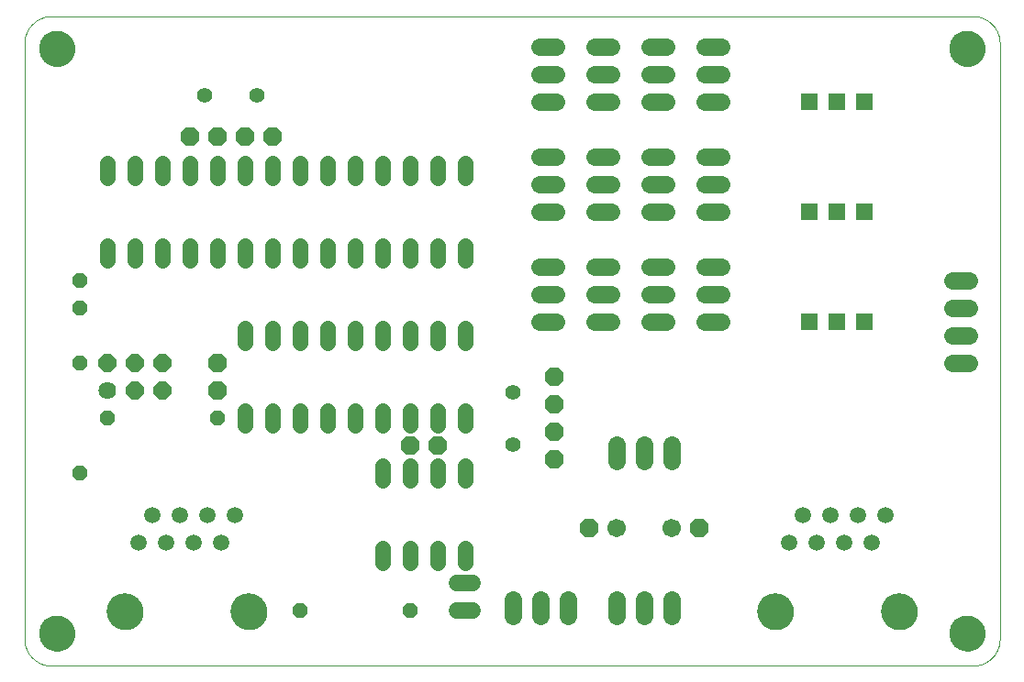
<source format=gbs>
G75*
%MOIN*%
%OFA0B0*%
%FSLAX25Y25*%
%IPPOS*%
%LPD*%
%AMOC8*
5,1,8,0,0,1.08239X$1,22.5*
%
%ADD10C,0.00000*%
%ADD11C,0.12998*%
%ADD12OC8,0.06700*%
%ADD13C,0.05600*%
%ADD14C,0.06000*%
%ADD15OC8,0.05600*%
%ADD16C,0.05600*%
%ADD17C,0.06400*%
%ADD18OC8,0.06400*%
%ADD19C,0.06400*%
%ADD20C,0.05900*%
%ADD21C,0.13200*%
%ADD22R,0.05943X0.05943*%
%ADD23C,0.06700*%
D10*
X0017043Y0012215D02*
X0351688Y0012215D01*
X0351688Y0012214D02*
X0351926Y0012217D01*
X0352164Y0012225D01*
X0352401Y0012240D01*
X0352638Y0012260D01*
X0352874Y0012286D01*
X0353110Y0012317D01*
X0353345Y0012354D01*
X0353579Y0012397D01*
X0353812Y0012446D01*
X0354044Y0012500D01*
X0354274Y0012560D01*
X0354503Y0012625D01*
X0354730Y0012696D01*
X0354955Y0012772D01*
X0355178Y0012854D01*
X0355400Y0012941D01*
X0355619Y0013033D01*
X0355836Y0013131D01*
X0356050Y0013233D01*
X0356262Y0013341D01*
X0356472Y0013455D01*
X0356678Y0013573D01*
X0356882Y0013696D01*
X0357082Y0013824D01*
X0357279Y0013956D01*
X0357474Y0014094D01*
X0357664Y0014236D01*
X0357852Y0014383D01*
X0358035Y0014534D01*
X0358215Y0014689D01*
X0358391Y0014849D01*
X0358563Y0015013D01*
X0358732Y0015182D01*
X0358896Y0015354D01*
X0359056Y0015530D01*
X0359211Y0015710D01*
X0359362Y0015893D01*
X0359509Y0016081D01*
X0359651Y0016271D01*
X0359789Y0016466D01*
X0359921Y0016663D01*
X0360049Y0016863D01*
X0360172Y0017067D01*
X0360290Y0017273D01*
X0360404Y0017483D01*
X0360512Y0017695D01*
X0360614Y0017909D01*
X0360712Y0018126D01*
X0360804Y0018345D01*
X0360891Y0018567D01*
X0360973Y0018790D01*
X0361049Y0019015D01*
X0361120Y0019242D01*
X0361185Y0019471D01*
X0361245Y0019701D01*
X0361299Y0019933D01*
X0361348Y0020166D01*
X0361391Y0020400D01*
X0361428Y0020635D01*
X0361459Y0020871D01*
X0361485Y0021107D01*
X0361505Y0021344D01*
X0361520Y0021581D01*
X0361528Y0021819D01*
X0361531Y0022057D01*
X0361531Y0238593D01*
X0361528Y0238831D01*
X0361520Y0239069D01*
X0361505Y0239306D01*
X0361485Y0239543D01*
X0361459Y0239779D01*
X0361428Y0240015D01*
X0361391Y0240250D01*
X0361348Y0240484D01*
X0361299Y0240717D01*
X0361245Y0240949D01*
X0361185Y0241179D01*
X0361120Y0241408D01*
X0361049Y0241635D01*
X0360973Y0241860D01*
X0360891Y0242083D01*
X0360804Y0242305D01*
X0360712Y0242524D01*
X0360614Y0242741D01*
X0360512Y0242955D01*
X0360404Y0243167D01*
X0360290Y0243377D01*
X0360172Y0243583D01*
X0360049Y0243787D01*
X0359921Y0243987D01*
X0359789Y0244184D01*
X0359651Y0244379D01*
X0359509Y0244569D01*
X0359362Y0244757D01*
X0359211Y0244940D01*
X0359056Y0245120D01*
X0358896Y0245296D01*
X0358732Y0245468D01*
X0358563Y0245637D01*
X0358391Y0245801D01*
X0358215Y0245961D01*
X0358035Y0246116D01*
X0357852Y0246267D01*
X0357664Y0246414D01*
X0357474Y0246556D01*
X0357279Y0246694D01*
X0357082Y0246826D01*
X0356882Y0246954D01*
X0356678Y0247077D01*
X0356472Y0247195D01*
X0356262Y0247309D01*
X0356050Y0247417D01*
X0355836Y0247519D01*
X0355619Y0247617D01*
X0355400Y0247709D01*
X0355178Y0247796D01*
X0354955Y0247878D01*
X0354730Y0247954D01*
X0354503Y0248025D01*
X0354274Y0248090D01*
X0354044Y0248150D01*
X0353812Y0248204D01*
X0353579Y0248253D01*
X0353345Y0248296D01*
X0353110Y0248333D01*
X0352874Y0248364D01*
X0352638Y0248390D01*
X0352401Y0248410D01*
X0352164Y0248425D01*
X0351926Y0248433D01*
X0351688Y0248436D01*
X0351688Y0248435D02*
X0017043Y0248435D01*
X0017043Y0248436D02*
X0016805Y0248433D01*
X0016567Y0248425D01*
X0016330Y0248410D01*
X0016093Y0248390D01*
X0015857Y0248364D01*
X0015621Y0248333D01*
X0015386Y0248296D01*
X0015152Y0248253D01*
X0014919Y0248204D01*
X0014687Y0248150D01*
X0014457Y0248090D01*
X0014228Y0248025D01*
X0014001Y0247954D01*
X0013776Y0247878D01*
X0013553Y0247796D01*
X0013331Y0247709D01*
X0013112Y0247617D01*
X0012895Y0247519D01*
X0012681Y0247417D01*
X0012469Y0247309D01*
X0012259Y0247195D01*
X0012053Y0247077D01*
X0011849Y0246954D01*
X0011649Y0246826D01*
X0011452Y0246694D01*
X0011257Y0246556D01*
X0011067Y0246414D01*
X0010879Y0246267D01*
X0010696Y0246116D01*
X0010516Y0245961D01*
X0010340Y0245801D01*
X0010168Y0245637D01*
X0009999Y0245468D01*
X0009835Y0245296D01*
X0009675Y0245120D01*
X0009520Y0244940D01*
X0009369Y0244757D01*
X0009222Y0244569D01*
X0009080Y0244379D01*
X0008942Y0244184D01*
X0008810Y0243987D01*
X0008682Y0243787D01*
X0008559Y0243583D01*
X0008441Y0243377D01*
X0008327Y0243167D01*
X0008219Y0242955D01*
X0008117Y0242741D01*
X0008019Y0242524D01*
X0007927Y0242305D01*
X0007840Y0242083D01*
X0007758Y0241860D01*
X0007682Y0241635D01*
X0007611Y0241408D01*
X0007546Y0241179D01*
X0007486Y0240949D01*
X0007432Y0240717D01*
X0007383Y0240484D01*
X0007340Y0240250D01*
X0007303Y0240015D01*
X0007272Y0239779D01*
X0007246Y0239543D01*
X0007226Y0239306D01*
X0007211Y0239069D01*
X0007203Y0238831D01*
X0007200Y0238593D01*
X0007200Y0022057D01*
X0007203Y0021819D01*
X0007211Y0021581D01*
X0007226Y0021344D01*
X0007246Y0021107D01*
X0007272Y0020871D01*
X0007303Y0020635D01*
X0007340Y0020400D01*
X0007383Y0020166D01*
X0007432Y0019933D01*
X0007486Y0019701D01*
X0007546Y0019471D01*
X0007611Y0019242D01*
X0007682Y0019015D01*
X0007758Y0018790D01*
X0007840Y0018567D01*
X0007927Y0018345D01*
X0008019Y0018126D01*
X0008117Y0017909D01*
X0008219Y0017695D01*
X0008327Y0017483D01*
X0008441Y0017273D01*
X0008559Y0017067D01*
X0008682Y0016863D01*
X0008810Y0016663D01*
X0008942Y0016466D01*
X0009080Y0016271D01*
X0009222Y0016081D01*
X0009369Y0015893D01*
X0009520Y0015710D01*
X0009675Y0015530D01*
X0009835Y0015354D01*
X0009999Y0015182D01*
X0010168Y0015013D01*
X0010340Y0014849D01*
X0010516Y0014689D01*
X0010696Y0014534D01*
X0010879Y0014383D01*
X0011067Y0014236D01*
X0011257Y0014094D01*
X0011452Y0013956D01*
X0011649Y0013824D01*
X0011849Y0013696D01*
X0012053Y0013573D01*
X0012259Y0013455D01*
X0012469Y0013341D01*
X0012681Y0013233D01*
X0012895Y0013131D01*
X0013112Y0013033D01*
X0013331Y0012941D01*
X0013553Y0012854D01*
X0013776Y0012772D01*
X0014001Y0012696D01*
X0014228Y0012625D01*
X0014457Y0012560D01*
X0014687Y0012500D01*
X0014919Y0012446D01*
X0015152Y0012397D01*
X0015386Y0012354D01*
X0015621Y0012317D01*
X0015857Y0012286D01*
X0016093Y0012260D01*
X0016330Y0012240D01*
X0016567Y0012225D01*
X0016805Y0012217D01*
X0017043Y0012214D01*
X0012712Y0024026D02*
X0012714Y0024184D01*
X0012720Y0024342D01*
X0012730Y0024500D01*
X0012744Y0024658D01*
X0012762Y0024815D01*
X0012783Y0024972D01*
X0012809Y0025128D01*
X0012839Y0025284D01*
X0012872Y0025439D01*
X0012910Y0025592D01*
X0012951Y0025745D01*
X0012996Y0025897D01*
X0013045Y0026048D01*
X0013098Y0026197D01*
X0013154Y0026345D01*
X0013214Y0026491D01*
X0013278Y0026636D01*
X0013346Y0026779D01*
X0013417Y0026921D01*
X0013491Y0027061D01*
X0013569Y0027198D01*
X0013651Y0027334D01*
X0013735Y0027468D01*
X0013824Y0027599D01*
X0013915Y0027728D01*
X0014010Y0027855D01*
X0014107Y0027980D01*
X0014208Y0028102D01*
X0014312Y0028221D01*
X0014419Y0028338D01*
X0014529Y0028452D01*
X0014642Y0028563D01*
X0014757Y0028672D01*
X0014875Y0028777D01*
X0014996Y0028879D01*
X0015119Y0028979D01*
X0015245Y0029075D01*
X0015373Y0029168D01*
X0015503Y0029258D01*
X0015636Y0029344D01*
X0015771Y0029428D01*
X0015907Y0029507D01*
X0016046Y0029584D01*
X0016187Y0029656D01*
X0016329Y0029726D01*
X0016473Y0029791D01*
X0016619Y0029853D01*
X0016766Y0029911D01*
X0016915Y0029966D01*
X0017065Y0030017D01*
X0017216Y0030064D01*
X0017368Y0030107D01*
X0017521Y0030146D01*
X0017676Y0030182D01*
X0017831Y0030213D01*
X0017987Y0030241D01*
X0018143Y0030265D01*
X0018300Y0030285D01*
X0018458Y0030301D01*
X0018615Y0030313D01*
X0018774Y0030321D01*
X0018932Y0030325D01*
X0019090Y0030325D01*
X0019248Y0030321D01*
X0019407Y0030313D01*
X0019564Y0030301D01*
X0019722Y0030285D01*
X0019879Y0030265D01*
X0020035Y0030241D01*
X0020191Y0030213D01*
X0020346Y0030182D01*
X0020501Y0030146D01*
X0020654Y0030107D01*
X0020806Y0030064D01*
X0020957Y0030017D01*
X0021107Y0029966D01*
X0021256Y0029911D01*
X0021403Y0029853D01*
X0021549Y0029791D01*
X0021693Y0029726D01*
X0021835Y0029656D01*
X0021976Y0029584D01*
X0022115Y0029507D01*
X0022251Y0029428D01*
X0022386Y0029344D01*
X0022519Y0029258D01*
X0022649Y0029168D01*
X0022777Y0029075D01*
X0022903Y0028979D01*
X0023026Y0028879D01*
X0023147Y0028777D01*
X0023265Y0028672D01*
X0023380Y0028563D01*
X0023493Y0028452D01*
X0023603Y0028338D01*
X0023710Y0028221D01*
X0023814Y0028102D01*
X0023915Y0027980D01*
X0024012Y0027855D01*
X0024107Y0027728D01*
X0024198Y0027599D01*
X0024287Y0027468D01*
X0024371Y0027334D01*
X0024453Y0027198D01*
X0024531Y0027061D01*
X0024605Y0026921D01*
X0024676Y0026779D01*
X0024744Y0026636D01*
X0024808Y0026491D01*
X0024868Y0026345D01*
X0024924Y0026197D01*
X0024977Y0026048D01*
X0025026Y0025897D01*
X0025071Y0025745D01*
X0025112Y0025592D01*
X0025150Y0025439D01*
X0025183Y0025284D01*
X0025213Y0025128D01*
X0025239Y0024972D01*
X0025260Y0024815D01*
X0025278Y0024658D01*
X0025292Y0024500D01*
X0025302Y0024342D01*
X0025308Y0024184D01*
X0025310Y0024026D01*
X0025308Y0023868D01*
X0025302Y0023710D01*
X0025292Y0023552D01*
X0025278Y0023394D01*
X0025260Y0023237D01*
X0025239Y0023080D01*
X0025213Y0022924D01*
X0025183Y0022768D01*
X0025150Y0022613D01*
X0025112Y0022460D01*
X0025071Y0022307D01*
X0025026Y0022155D01*
X0024977Y0022004D01*
X0024924Y0021855D01*
X0024868Y0021707D01*
X0024808Y0021561D01*
X0024744Y0021416D01*
X0024676Y0021273D01*
X0024605Y0021131D01*
X0024531Y0020991D01*
X0024453Y0020854D01*
X0024371Y0020718D01*
X0024287Y0020584D01*
X0024198Y0020453D01*
X0024107Y0020324D01*
X0024012Y0020197D01*
X0023915Y0020072D01*
X0023814Y0019950D01*
X0023710Y0019831D01*
X0023603Y0019714D01*
X0023493Y0019600D01*
X0023380Y0019489D01*
X0023265Y0019380D01*
X0023147Y0019275D01*
X0023026Y0019173D01*
X0022903Y0019073D01*
X0022777Y0018977D01*
X0022649Y0018884D01*
X0022519Y0018794D01*
X0022386Y0018708D01*
X0022251Y0018624D01*
X0022115Y0018545D01*
X0021976Y0018468D01*
X0021835Y0018396D01*
X0021693Y0018326D01*
X0021549Y0018261D01*
X0021403Y0018199D01*
X0021256Y0018141D01*
X0021107Y0018086D01*
X0020957Y0018035D01*
X0020806Y0017988D01*
X0020654Y0017945D01*
X0020501Y0017906D01*
X0020346Y0017870D01*
X0020191Y0017839D01*
X0020035Y0017811D01*
X0019879Y0017787D01*
X0019722Y0017767D01*
X0019564Y0017751D01*
X0019407Y0017739D01*
X0019248Y0017731D01*
X0019090Y0017727D01*
X0018932Y0017727D01*
X0018774Y0017731D01*
X0018615Y0017739D01*
X0018458Y0017751D01*
X0018300Y0017767D01*
X0018143Y0017787D01*
X0017987Y0017811D01*
X0017831Y0017839D01*
X0017676Y0017870D01*
X0017521Y0017906D01*
X0017368Y0017945D01*
X0017216Y0017988D01*
X0017065Y0018035D01*
X0016915Y0018086D01*
X0016766Y0018141D01*
X0016619Y0018199D01*
X0016473Y0018261D01*
X0016329Y0018326D01*
X0016187Y0018396D01*
X0016046Y0018468D01*
X0015907Y0018545D01*
X0015771Y0018624D01*
X0015636Y0018708D01*
X0015503Y0018794D01*
X0015373Y0018884D01*
X0015245Y0018977D01*
X0015119Y0019073D01*
X0014996Y0019173D01*
X0014875Y0019275D01*
X0014757Y0019380D01*
X0014642Y0019489D01*
X0014529Y0019600D01*
X0014419Y0019714D01*
X0014312Y0019831D01*
X0014208Y0019950D01*
X0014107Y0020072D01*
X0014010Y0020197D01*
X0013915Y0020324D01*
X0013824Y0020453D01*
X0013735Y0020584D01*
X0013651Y0020718D01*
X0013569Y0020854D01*
X0013491Y0020991D01*
X0013417Y0021131D01*
X0013346Y0021273D01*
X0013278Y0021416D01*
X0013214Y0021561D01*
X0013154Y0021707D01*
X0013098Y0021855D01*
X0013045Y0022004D01*
X0012996Y0022155D01*
X0012951Y0022307D01*
X0012910Y0022460D01*
X0012872Y0022613D01*
X0012839Y0022768D01*
X0012809Y0022924D01*
X0012783Y0023080D01*
X0012762Y0023237D01*
X0012744Y0023394D01*
X0012730Y0023552D01*
X0012720Y0023710D01*
X0012714Y0023868D01*
X0012712Y0024026D01*
X0037355Y0031900D02*
X0037357Y0032060D01*
X0037363Y0032219D01*
X0037373Y0032378D01*
X0037387Y0032537D01*
X0037405Y0032696D01*
X0037426Y0032854D01*
X0037452Y0033011D01*
X0037482Y0033168D01*
X0037515Y0033324D01*
X0037553Y0033479D01*
X0037594Y0033633D01*
X0037639Y0033786D01*
X0037688Y0033938D01*
X0037741Y0034089D01*
X0037797Y0034238D01*
X0037858Y0034386D01*
X0037921Y0034532D01*
X0037989Y0034677D01*
X0038060Y0034820D01*
X0038134Y0034961D01*
X0038212Y0035100D01*
X0038294Y0035237D01*
X0038379Y0035372D01*
X0038467Y0035505D01*
X0038559Y0035636D01*
X0038653Y0035764D01*
X0038751Y0035890D01*
X0038852Y0036014D01*
X0038956Y0036135D01*
X0039063Y0036253D01*
X0039173Y0036369D01*
X0039286Y0036482D01*
X0039402Y0036592D01*
X0039520Y0036699D01*
X0039641Y0036803D01*
X0039765Y0036904D01*
X0039891Y0037002D01*
X0040019Y0037096D01*
X0040150Y0037188D01*
X0040283Y0037276D01*
X0040418Y0037361D01*
X0040555Y0037443D01*
X0040694Y0037521D01*
X0040835Y0037595D01*
X0040978Y0037666D01*
X0041123Y0037734D01*
X0041269Y0037797D01*
X0041417Y0037858D01*
X0041566Y0037914D01*
X0041717Y0037967D01*
X0041869Y0038016D01*
X0042022Y0038061D01*
X0042176Y0038102D01*
X0042331Y0038140D01*
X0042487Y0038173D01*
X0042644Y0038203D01*
X0042801Y0038229D01*
X0042959Y0038250D01*
X0043118Y0038268D01*
X0043277Y0038282D01*
X0043436Y0038292D01*
X0043595Y0038298D01*
X0043755Y0038300D01*
X0043915Y0038298D01*
X0044074Y0038292D01*
X0044233Y0038282D01*
X0044392Y0038268D01*
X0044551Y0038250D01*
X0044709Y0038229D01*
X0044866Y0038203D01*
X0045023Y0038173D01*
X0045179Y0038140D01*
X0045334Y0038102D01*
X0045488Y0038061D01*
X0045641Y0038016D01*
X0045793Y0037967D01*
X0045944Y0037914D01*
X0046093Y0037858D01*
X0046241Y0037797D01*
X0046387Y0037734D01*
X0046532Y0037666D01*
X0046675Y0037595D01*
X0046816Y0037521D01*
X0046955Y0037443D01*
X0047092Y0037361D01*
X0047227Y0037276D01*
X0047360Y0037188D01*
X0047491Y0037096D01*
X0047619Y0037002D01*
X0047745Y0036904D01*
X0047869Y0036803D01*
X0047990Y0036699D01*
X0048108Y0036592D01*
X0048224Y0036482D01*
X0048337Y0036369D01*
X0048447Y0036253D01*
X0048554Y0036135D01*
X0048658Y0036014D01*
X0048759Y0035890D01*
X0048857Y0035764D01*
X0048951Y0035636D01*
X0049043Y0035505D01*
X0049131Y0035372D01*
X0049216Y0035237D01*
X0049298Y0035100D01*
X0049376Y0034961D01*
X0049450Y0034820D01*
X0049521Y0034677D01*
X0049589Y0034532D01*
X0049652Y0034386D01*
X0049713Y0034238D01*
X0049769Y0034089D01*
X0049822Y0033938D01*
X0049871Y0033786D01*
X0049916Y0033633D01*
X0049957Y0033479D01*
X0049995Y0033324D01*
X0050028Y0033168D01*
X0050058Y0033011D01*
X0050084Y0032854D01*
X0050105Y0032696D01*
X0050123Y0032537D01*
X0050137Y0032378D01*
X0050147Y0032219D01*
X0050153Y0032060D01*
X0050155Y0031900D01*
X0050153Y0031740D01*
X0050147Y0031581D01*
X0050137Y0031422D01*
X0050123Y0031263D01*
X0050105Y0031104D01*
X0050084Y0030946D01*
X0050058Y0030789D01*
X0050028Y0030632D01*
X0049995Y0030476D01*
X0049957Y0030321D01*
X0049916Y0030167D01*
X0049871Y0030014D01*
X0049822Y0029862D01*
X0049769Y0029711D01*
X0049713Y0029562D01*
X0049652Y0029414D01*
X0049589Y0029268D01*
X0049521Y0029123D01*
X0049450Y0028980D01*
X0049376Y0028839D01*
X0049298Y0028700D01*
X0049216Y0028563D01*
X0049131Y0028428D01*
X0049043Y0028295D01*
X0048951Y0028164D01*
X0048857Y0028036D01*
X0048759Y0027910D01*
X0048658Y0027786D01*
X0048554Y0027665D01*
X0048447Y0027547D01*
X0048337Y0027431D01*
X0048224Y0027318D01*
X0048108Y0027208D01*
X0047990Y0027101D01*
X0047869Y0026997D01*
X0047745Y0026896D01*
X0047619Y0026798D01*
X0047491Y0026704D01*
X0047360Y0026612D01*
X0047227Y0026524D01*
X0047092Y0026439D01*
X0046955Y0026357D01*
X0046816Y0026279D01*
X0046675Y0026205D01*
X0046532Y0026134D01*
X0046387Y0026066D01*
X0046241Y0026003D01*
X0046093Y0025942D01*
X0045944Y0025886D01*
X0045793Y0025833D01*
X0045641Y0025784D01*
X0045488Y0025739D01*
X0045334Y0025698D01*
X0045179Y0025660D01*
X0045023Y0025627D01*
X0044866Y0025597D01*
X0044709Y0025571D01*
X0044551Y0025550D01*
X0044392Y0025532D01*
X0044233Y0025518D01*
X0044074Y0025508D01*
X0043915Y0025502D01*
X0043755Y0025500D01*
X0043595Y0025502D01*
X0043436Y0025508D01*
X0043277Y0025518D01*
X0043118Y0025532D01*
X0042959Y0025550D01*
X0042801Y0025571D01*
X0042644Y0025597D01*
X0042487Y0025627D01*
X0042331Y0025660D01*
X0042176Y0025698D01*
X0042022Y0025739D01*
X0041869Y0025784D01*
X0041717Y0025833D01*
X0041566Y0025886D01*
X0041417Y0025942D01*
X0041269Y0026003D01*
X0041123Y0026066D01*
X0040978Y0026134D01*
X0040835Y0026205D01*
X0040694Y0026279D01*
X0040555Y0026357D01*
X0040418Y0026439D01*
X0040283Y0026524D01*
X0040150Y0026612D01*
X0040019Y0026704D01*
X0039891Y0026798D01*
X0039765Y0026896D01*
X0039641Y0026997D01*
X0039520Y0027101D01*
X0039402Y0027208D01*
X0039286Y0027318D01*
X0039173Y0027431D01*
X0039063Y0027547D01*
X0038956Y0027665D01*
X0038852Y0027786D01*
X0038751Y0027910D01*
X0038653Y0028036D01*
X0038559Y0028164D01*
X0038467Y0028295D01*
X0038379Y0028428D01*
X0038294Y0028563D01*
X0038212Y0028700D01*
X0038134Y0028839D01*
X0038060Y0028980D01*
X0037989Y0029123D01*
X0037921Y0029268D01*
X0037858Y0029414D01*
X0037797Y0029562D01*
X0037741Y0029711D01*
X0037688Y0029862D01*
X0037639Y0030014D01*
X0037594Y0030167D01*
X0037553Y0030321D01*
X0037515Y0030476D01*
X0037482Y0030632D01*
X0037452Y0030789D01*
X0037426Y0030946D01*
X0037405Y0031104D01*
X0037387Y0031263D01*
X0037373Y0031422D01*
X0037363Y0031581D01*
X0037357Y0031740D01*
X0037355Y0031900D01*
X0082355Y0031900D02*
X0082357Y0032060D01*
X0082363Y0032219D01*
X0082373Y0032378D01*
X0082387Y0032537D01*
X0082405Y0032696D01*
X0082426Y0032854D01*
X0082452Y0033011D01*
X0082482Y0033168D01*
X0082515Y0033324D01*
X0082553Y0033479D01*
X0082594Y0033633D01*
X0082639Y0033786D01*
X0082688Y0033938D01*
X0082741Y0034089D01*
X0082797Y0034238D01*
X0082858Y0034386D01*
X0082921Y0034532D01*
X0082989Y0034677D01*
X0083060Y0034820D01*
X0083134Y0034961D01*
X0083212Y0035100D01*
X0083294Y0035237D01*
X0083379Y0035372D01*
X0083467Y0035505D01*
X0083559Y0035636D01*
X0083653Y0035764D01*
X0083751Y0035890D01*
X0083852Y0036014D01*
X0083956Y0036135D01*
X0084063Y0036253D01*
X0084173Y0036369D01*
X0084286Y0036482D01*
X0084402Y0036592D01*
X0084520Y0036699D01*
X0084641Y0036803D01*
X0084765Y0036904D01*
X0084891Y0037002D01*
X0085019Y0037096D01*
X0085150Y0037188D01*
X0085283Y0037276D01*
X0085418Y0037361D01*
X0085555Y0037443D01*
X0085694Y0037521D01*
X0085835Y0037595D01*
X0085978Y0037666D01*
X0086123Y0037734D01*
X0086269Y0037797D01*
X0086417Y0037858D01*
X0086566Y0037914D01*
X0086717Y0037967D01*
X0086869Y0038016D01*
X0087022Y0038061D01*
X0087176Y0038102D01*
X0087331Y0038140D01*
X0087487Y0038173D01*
X0087644Y0038203D01*
X0087801Y0038229D01*
X0087959Y0038250D01*
X0088118Y0038268D01*
X0088277Y0038282D01*
X0088436Y0038292D01*
X0088595Y0038298D01*
X0088755Y0038300D01*
X0088915Y0038298D01*
X0089074Y0038292D01*
X0089233Y0038282D01*
X0089392Y0038268D01*
X0089551Y0038250D01*
X0089709Y0038229D01*
X0089866Y0038203D01*
X0090023Y0038173D01*
X0090179Y0038140D01*
X0090334Y0038102D01*
X0090488Y0038061D01*
X0090641Y0038016D01*
X0090793Y0037967D01*
X0090944Y0037914D01*
X0091093Y0037858D01*
X0091241Y0037797D01*
X0091387Y0037734D01*
X0091532Y0037666D01*
X0091675Y0037595D01*
X0091816Y0037521D01*
X0091955Y0037443D01*
X0092092Y0037361D01*
X0092227Y0037276D01*
X0092360Y0037188D01*
X0092491Y0037096D01*
X0092619Y0037002D01*
X0092745Y0036904D01*
X0092869Y0036803D01*
X0092990Y0036699D01*
X0093108Y0036592D01*
X0093224Y0036482D01*
X0093337Y0036369D01*
X0093447Y0036253D01*
X0093554Y0036135D01*
X0093658Y0036014D01*
X0093759Y0035890D01*
X0093857Y0035764D01*
X0093951Y0035636D01*
X0094043Y0035505D01*
X0094131Y0035372D01*
X0094216Y0035237D01*
X0094298Y0035100D01*
X0094376Y0034961D01*
X0094450Y0034820D01*
X0094521Y0034677D01*
X0094589Y0034532D01*
X0094652Y0034386D01*
X0094713Y0034238D01*
X0094769Y0034089D01*
X0094822Y0033938D01*
X0094871Y0033786D01*
X0094916Y0033633D01*
X0094957Y0033479D01*
X0094995Y0033324D01*
X0095028Y0033168D01*
X0095058Y0033011D01*
X0095084Y0032854D01*
X0095105Y0032696D01*
X0095123Y0032537D01*
X0095137Y0032378D01*
X0095147Y0032219D01*
X0095153Y0032060D01*
X0095155Y0031900D01*
X0095153Y0031740D01*
X0095147Y0031581D01*
X0095137Y0031422D01*
X0095123Y0031263D01*
X0095105Y0031104D01*
X0095084Y0030946D01*
X0095058Y0030789D01*
X0095028Y0030632D01*
X0094995Y0030476D01*
X0094957Y0030321D01*
X0094916Y0030167D01*
X0094871Y0030014D01*
X0094822Y0029862D01*
X0094769Y0029711D01*
X0094713Y0029562D01*
X0094652Y0029414D01*
X0094589Y0029268D01*
X0094521Y0029123D01*
X0094450Y0028980D01*
X0094376Y0028839D01*
X0094298Y0028700D01*
X0094216Y0028563D01*
X0094131Y0028428D01*
X0094043Y0028295D01*
X0093951Y0028164D01*
X0093857Y0028036D01*
X0093759Y0027910D01*
X0093658Y0027786D01*
X0093554Y0027665D01*
X0093447Y0027547D01*
X0093337Y0027431D01*
X0093224Y0027318D01*
X0093108Y0027208D01*
X0092990Y0027101D01*
X0092869Y0026997D01*
X0092745Y0026896D01*
X0092619Y0026798D01*
X0092491Y0026704D01*
X0092360Y0026612D01*
X0092227Y0026524D01*
X0092092Y0026439D01*
X0091955Y0026357D01*
X0091816Y0026279D01*
X0091675Y0026205D01*
X0091532Y0026134D01*
X0091387Y0026066D01*
X0091241Y0026003D01*
X0091093Y0025942D01*
X0090944Y0025886D01*
X0090793Y0025833D01*
X0090641Y0025784D01*
X0090488Y0025739D01*
X0090334Y0025698D01*
X0090179Y0025660D01*
X0090023Y0025627D01*
X0089866Y0025597D01*
X0089709Y0025571D01*
X0089551Y0025550D01*
X0089392Y0025532D01*
X0089233Y0025518D01*
X0089074Y0025508D01*
X0088915Y0025502D01*
X0088755Y0025500D01*
X0088595Y0025502D01*
X0088436Y0025508D01*
X0088277Y0025518D01*
X0088118Y0025532D01*
X0087959Y0025550D01*
X0087801Y0025571D01*
X0087644Y0025597D01*
X0087487Y0025627D01*
X0087331Y0025660D01*
X0087176Y0025698D01*
X0087022Y0025739D01*
X0086869Y0025784D01*
X0086717Y0025833D01*
X0086566Y0025886D01*
X0086417Y0025942D01*
X0086269Y0026003D01*
X0086123Y0026066D01*
X0085978Y0026134D01*
X0085835Y0026205D01*
X0085694Y0026279D01*
X0085555Y0026357D01*
X0085418Y0026439D01*
X0085283Y0026524D01*
X0085150Y0026612D01*
X0085019Y0026704D01*
X0084891Y0026798D01*
X0084765Y0026896D01*
X0084641Y0026997D01*
X0084520Y0027101D01*
X0084402Y0027208D01*
X0084286Y0027318D01*
X0084173Y0027431D01*
X0084063Y0027547D01*
X0083956Y0027665D01*
X0083852Y0027786D01*
X0083751Y0027910D01*
X0083653Y0028036D01*
X0083559Y0028164D01*
X0083467Y0028295D01*
X0083379Y0028428D01*
X0083294Y0028563D01*
X0083212Y0028700D01*
X0083134Y0028839D01*
X0083060Y0028980D01*
X0082989Y0029123D01*
X0082921Y0029268D01*
X0082858Y0029414D01*
X0082797Y0029562D01*
X0082741Y0029711D01*
X0082688Y0029862D01*
X0082639Y0030014D01*
X0082594Y0030167D01*
X0082553Y0030321D01*
X0082515Y0030476D01*
X0082482Y0030632D01*
X0082452Y0030789D01*
X0082426Y0030946D01*
X0082405Y0031104D01*
X0082387Y0031263D01*
X0082373Y0031422D01*
X0082363Y0031581D01*
X0082357Y0031740D01*
X0082355Y0031900D01*
X0273576Y0031900D02*
X0273578Y0032060D01*
X0273584Y0032219D01*
X0273594Y0032378D01*
X0273608Y0032537D01*
X0273626Y0032696D01*
X0273647Y0032854D01*
X0273673Y0033011D01*
X0273703Y0033168D01*
X0273736Y0033324D01*
X0273774Y0033479D01*
X0273815Y0033633D01*
X0273860Y0033786D01*
X0273909Y0033938D01*
X0273962Y0034089D01*
X0274018Y0034238D01*
X0274079Y0034386D01*
X0274142Y0034532D01*
X0274210Y0034677D01*
X0274281Y0034820D01*
X0274355Y0034961D01*
X0274433Y0035100D01*
X0274515Y0035237D01*
X0274600Y0035372D01*
X0274688Y0035505D01*
X0274780Y0035636D01*
X0274874Y0035764D01*
X0274972Y0035890D01*
X0275073Y0036014D01*
X0275177Y0036135D01*
X0275284Y0036253D01*
X0275394Y0036369D01*
X0275507Y0036482D01*
X0275623Y0036592D01*
X0275741Y0036699D01*
X0275862Y0036803D01*
X0275986Y0036904D01*
X0276112Y0037002D01*
X0276240Y0037096D01*
X0276371Y0037188D01*
X0276504Y0037276D01*
X0276639Y0037361D01*
X0276776Y0037443D01*
X0276915Y0037521D01*
X0277056Y0037595D01*
X0277199Y0037666D01*
X0277344Y0037734D01*
X0277490Y0037797D01*
X0277638Y0037858D01*
X0277787Y0037914D01*
X0277938Y0037967D01*
X0278090Y0038016D01*
X0278243Y0038061D01*
X0278397Y0038102D01*
X0278552Y0038140D01*
X0278708Y0038173D01*
X0278865Y0038203D01*
X0279022Y0038229D01*
X0279180Y0038250D01*
X0279339Y0038268D01*
X0279498Y0038282D01*
X0279657Y0038292D01*
X0279816Y0038298D01*
X0279976Y0038300D01*
X0280136Y0038298D01*
X0280295Y0038292D01*
X0280454Y0038282D01*
X0280613Y0038268D01*
X0280772Y0038250D01*
X0280930Y0038229D01*
X0281087Y0038203D01*
X0281244Y0038173D01*
X0281400Y0038140D01*
X0281555Y0038102D01*
X0281709Y0038061D01*
X0281862Y0038016D01*
X0282014Y0037967D01*
X0282165Y0037914D01*
X0282314Y0037858D01*
X0282462Y0037797D01*
X0282608Y0037734D01*
X0282753Y0037666D01*
X0282896Y0037595D01*
X0283037Y0037521D01*
X0283176Y0037443D01*
X0283313Y0037361D01*
X0283448Y0037276D01*
X0283581Y0037188D01*
X0283712Y0037096D01*
X0283840Y0037002D01*
X0283966Y0036904D01*
X0284090Y0036803D01*
X0284211Y0036699D01*
X0284329Y0036592D01*
X0284445Y0036482D01*
X0284558Y0036369D01*
X0284668Y0036253D01*
X0284775Y0036135D01*
X0284879Y0036014D01*
X0284980Y0035890D01*
X0285078Y0035764D01*
X0285172Y0035636D01*
X0285264Y0035505D01*
X0285352Y0035372D01*
X0285437Y0035237D01*
X0285519Y0035100D01*
X0285597Y0034961D01*
X0285671Y0034820D01*
X0285742Y0034677D01*
X0285810Y0034532D01*
X0285873Y0034386D01*
X0285934Y0034238D01*
X0285990Y0034089D01*
X0286043Y0033938D01*
X0286092Y0033786D01*
X0286137Y0033633D01*
X0286178Y0033479D01*
X0286216Y0033324D01*
X0286249Y0033168D01*
X0286279Y0033011D01*
X0286305Y0032854D01*
X0286326Y0032696D01*
X0286344Y0032537D01*
X0286358Y0032378D01*
X0286368Y0032219D01*
X0286374Y0032060D01*
X0286376Y0031900D01*
X0286374Y0031740D01*
X0286368Y0031581D01*
X0286358Y0031422D01*
X0286344Y0031263D01*
X0286326Y0031104D01*
X0286305Y0030946D01*
X0286279Y0030789D01*
X0286249Y0030632D01*
X0286216Y0030476D01*
X0286178Y0030321D01*
X0286137Y0030167D01*
X0286092Y0030014D01*
X0286043Y0029862D01*
X0285990Y0029711D01*
X0285934Y0029562D01*
X0285873Y0029414D01*
X0285810Y0029268D01*
X0285742Y0029123D01*
X0285671Y0028980D01*
X0285597Y0028839D01*
X0285519Y0028700D01*
X0285437Y0028563D01*
X0285352Y0028428D01*
X0285264Y0028295D01*
X0285172Y0028164D01*
X0285078Y0028036D01*
X0284980Y0027910D01*
X0284879Y0027786D01*
X0284775Y0027665D01*
X0284668Y0027547D01*
X0284558Y0027431D01*
X0284445Y0027318D01*
X0284329Y0027208D01*
X0284211Y0027101D01*
X0284090Y0026997D01*
X0283966Y0026896D01*
X0283840Y0026798D01*
X0283712Y0026704D01*
X0283581Y0026612D01*
X0283448Y0026524D01*
X0283313Y0026439D01*
X0283176Y0026357D01*
X0283037Y0026279D01*
X0282896Y0026205D01*
X0282753Y0026134D01*
X0282608Y0026066D01*
X0282462Y0026003D01*
X0282314Y0025942D01*
X0282165Y0025886D01*
X0282014Y0025833D01*
X0281862Y0025784D01*
X0281709Y0025739D01*
X0281555Y0025698D01*
X0281400Y0025660D01*
X0281244Y0025627D01*
X0281087Y0025597D01*
X0280930Y0025571D01*
X0280772Y0025550D01*
X0280613Y0025532D01*
X0280454Y0025518D01*
X0280295Y0025508D01*
X0280136Y0025502D01*
X0279976Y0025500D01*
X0279816Y0025502D01*
X0279657Y0025508D01*
X0279498Y0025518D01*
X0279339Y0025532D01*
X0279180Y0025550D01*
X0279022Y0025571D01*
X0278865Y0025597D01*
X0278708Y0025627D01*
X0278552Y0025660D01*
X0278397Y0025698D01*
X0278243Y0025739D01*
X0278090Y0025784D01*
X0277938Y0025833D01*
X0277787Y0025886D01*
X0277638Y0025942D01*
X0277490Y0026003D01*
X0277344Y0026066D01*
X0277199Y0026134D01*
X0277056Y0026205D01*
X0276915Y0026279D01*
X0276776Y0026357D01*
X0276639Y0026439D01*
X0276504Y0026524D01*
X0276371Y0026612D01*
X0276240Y0026704D01*
X0276112Y0026798D01*
X0275986Y0026896D01*
X0275862Y0026997D01*
X0275741Y0027101D01*
X0275623Y0027208D01*
X0275507Y0027318D01*
X0275394Y0027431D01*
X0275284Y0027547D01*
X0275177Y0027665D01*
X0275073Y0027786D01*
X0274972Y0027910D01*
X0274874Y0028036D01*
X0274780Y0028164D01*
X0274688Y0028295D01*
X0274600Y0028428D01*
X0274515Y0028563D01*
X0274433Y0028700D01*
X0274355Y0028839D01*
X0274281Y0028980D01*
X0274210Y0029123D01*
X0274142Y0029268D01*
X0274079Y0029414D01*
X0274018Y0029562D01*
X0273962Y0029711D01*
X0273909Y0029862D01*
X0273860Y0030014D01*
X0273815Y0030167D01*
X0273774Y0030321D01*
X0273736Y0030476D01*
X0273703Y0030632D01*
X0273673Y0030789D01*
X0273647Y0030946D01*
X0273626Y0031104D01*
X0273608Y0031263D01*
X0273594Y0031422D01*
X0273584Y0031581D01*
X0273578Y0031740D01*
X0273576Y0031900D01*
X0318576Y0031900D02*
X0318578Y0032060D01*
X0318584Y0032219D01*
X0318594Y0032378D01*
X0318608Y0032537D01*
X0318626Y0032696D01*
X0318647Y0032854D01*
X0318673Y0033011D01*
X0318703Y0033168D01*
X0318736Y0033324D01*
X0318774Y0033479D01*
X0318815Y0033633D01*
X0318860Y0033786D01*
X0318909Y0033938D01*
X0318962Y0034089D01*
X0319018Y0034238D01*
X0319079Y0034386D01*
X0319142Y0034532D01*
X0319210Y0034677D01*
X0319281Y0034820D01*
X0319355Y0034961D01*
X0319433Y0035100D01*
X0319515Y0035237D01*
X0319600Y0035372D01*
X0319688Y0035505D01*
X0319780Y0035636D01*
X0319874Y0035764D01*
X0319972Y0035890D01*
X0320073Y0036014D01*
X0320177Y0036135D01*
X0320284Y0036253D01*
X0320394Y0036369D01*
X0320507Y0036482D01*
X0320623Y0036592D01*
X0320741Y0036699D01*
X0320862Y0036803D01*
X0320986Y0036904D01*
X0321112Y0037002D01*
X0321240Y0037096D01*
X0321371Y0037188D01*
X0321504Y0037276D01*
X0321639Y0037361D01*
X0321776Y0037443D01*
X0321915Y0037521D01*
X0322056Y0037595D01*
X0322199Y0037666D01*
X0322344Y0037734D01*
X0322490Y0037797D01*
X0322638Y0037858D01*
X0322787Y0037914D01*
X0322938Y0037967D01*
X0323090Y0038016D01*
X0323243Y0038061D01*
X0323397Y0038102D01*
X0323552Y0038140D01*
X0323708Y0038173D01*
X0323865Y0038203D01*
X0324022Y0038229D01*
X0324180Y0038250D01*
X0324339Y0038268D01*
X0324498Y0038282D01*
X0324657Y0038292D01*
X0324816Y0038298D01*
X0324976Y0038300D01*
X0325136Y0038298D01*
X0325295Y0038292D01*
X0325454Y0038282D01*
X0325613Y0038268D01*
X0325772Y0038250D01*
X0325930Y0038229D01*
X0326087Y0038203D01*
X0326244Y0038173D01*
X0326400Y0038140D01*
X0326555Y0038102D01*
X0326709Y0038061D01*
X0326862Y0038016D01*
X0327014Y0037967D01*
X0327165Y0037914D01*
X0327314Y0037858D01*
X0327462Y0037797D01*
X0327608Y0037734D01*
X0327753Y0037666D01*
X0327896Y0037595D01*
X0328037Y0037521D01*
X0328176Y0037443D01*
X0328313Y0037361D01*
X0328448Y0037276D01*
X0328581Y0037188D01*
X0328712Y0037096D01*
X0328840Y0037002D01*
X0328966Y0036904D01*
X0329090Y0036803D01*
X0329211Y0036699D01*
X0329329Y0036592D01*
X0329445Y0036482D01*
X0329558Y0036369D01*
X0329668Y0036253D01*
X0329775Y0036135D01*
X0329879Y0036014D01*
X0329980Y0035890D01*
X0330078Y0035764D01*
X0330172Y0035636D01*
X0330264Y0035505D01*
X0330352Y0035372D01*
X0330437Y0035237D01*
X0330519Y0035100D01*
X0330597Y0034961D01*
X0330671Y0034820D01*
X0330742Y0034677D01*
X0330810Y0034532D01*
X0330873Y0034386D01*
X0330934Y0034238D01*
X0330990Y0034089D01*
X0331043Y0033938D01*
X0331092Y0033786D01*
X0331137Y0033633D01*
X0331178Y0033479D01*
X0331216Y0033324D01*
X0331249Y0033168D01*
X0331279Y0033011D01*
X0331305Y0032854D01*
X0331326Y0032696D01*
X0331344Y0032537D01*
X0331358Y0032378D01*
X0331368Y0032219D01*
X0331374Y0032060D01*
X0331376Y0031900D01*
X0331374Y0031740D01*
X0331368Y0031581D01*
X0331358Y0031422D01*
X0331344Y0031263D01*
X0331326Y0031104D01*
X0331305Y0030946D01*
X0331279Y0030789D01*
X0331249Y0030632D01*
X0331216Y0030476D01*
X0331178Y0030321D01*
X0331137Y0030167D01*
X0331092Y0030014D01*
X0331043Y0029862D01*
X0330990Y0029711D01*
X0330934Y0029562D01*
X0330873Y0029414D01*
X0330810Y0029268D01*
X0330742Y0029123D01*
X0330671Y0028980D01*
X0330597Y0028839D01*
X0330519Y0028700D01*
X0330437Y0028563D01*
X0330352Y0028428D01*
X0330264Y0028295D01*
X0330172Y0028164D01*
X0330078Y0028036D01*
X0329980Y0027910D01*
X0329879Y0027786D01*
X0329775Y0027665D01*
X0329668Y0027547D01*
X0329558Y0027431D01*
X0329445Y0027318D01*
X0329329Y0027208D01*
X0329211Y0027101D01*
X0329090Y0026997D01*
X0328966Y0026896D01*
X0328840Y0026798D01*
X0328712Y0026704D01*
X0328581Y0026612D01*
X0328448Y0026524D01*
X0328313Y0026439D01*
X0328176Y0026357D01*
X0328037Y0026279D01*
X0327896Y0026205D01*
X0327753Y0026134D01*
X0327608Y0026066D01*
X0327462Y0026003D01*
X0327314Y0025942D01*
X0327165Y0025886D01*
X0327014Y0025833D01*
X0326862Y0025784D01*
X0326709Y0025739D01*
X0326555Y0025698D01*
X0326400Y0025660D01*
X0326244Y0025627D01*
X0326087Y0025597D01*
X0325930Y0025571D01*
X0325772Y0025550D01*
X0325613Y0025532D01*
X0325454Y0025518D01*
X0325295Y0025508D01*
X0325136Y0025502D01*
X0324976Y0025500D01*
X0324816Y0025502D01*
X0324657Y0025508D01*
X0324498Y0025518D01*
X0324339Y0025532D01*
X0324180Y0025550D01*
X0324022Y0025571D01*
X0323865Y0025597D01*
X0323708Y0025627D01*
X0323552Y0025660D01*
X0323397Y0025698D01*
X0323243Y0025739D01*
X0323090Y0025784D01*
X0322938Y0025833D01*
X0322787Y0025886D01*
X0322638Y0025942D01*
X0322490Y0026003D01*
X0322344Y0026066D01*
X0322199Y0026134D01*
X0322056Y0026205D01*
X0321915Y0026279D01*
X0321776Y0026357D01*
X0321639Y0026439D01*
X0321504Y0026524D01*
X0321371Y0026612D01*
X0321240Y0026704D01*
X0321112Y0026798D01*
X0320986Y0026896D01*
X0320862Y0026997D01*
X0320741Y0027101D01*
X0320623Y0027208D01*
X0320507Y0027318D01*
X0320394Y0027431D01*
X0320284Y0027547D01*
X0320177Y0027665D01*
X0320073Y0027786D01*
X0319972Y0027910D01*
X0319874Y0028036D01*
X0319780Y0028164D01*
X0319688Y0028295D01*
X0319600Y0028428D01*
X0319515Y0028563D01*
X0319433Y0028700D01*
X0319355Y0028839D01*
X0319281Y0028980D01*
X0319210Y0029123D01*
X0319142Y0029268D01*
X0319079Y0029414D01*
X0319018Y0029562D01*
X0318962Y0029711D01*
X0318909Y0029862D01*
X0318860Y0030014D01*
X0318815Y0030167D01*
X0318774Y0030321D01*
X0318736Y0030476D01*
X0318703Y0030632D01*
X0318673Y0030789D01*
X0318647Y0030946D01*
X0318626Y0031104D01*
X0318608Y0031263D01*
X0318594Y0031422D01*
X0318584Y0031581D01*
X0318578Y0031740D01*
X0318576Y0031900D01*
X0343421Y0024026D02*
X0343423Y0024184D01*
X0343429Y0024342D01*
X0343439Y0024500D01*
X0343453Y0024658D01*
X0343471Y0024815D01*
X0343492Y0024972D01*
X0343518Y0025128D01*
X0343548Y0025284D01*
X0343581Y0025439D01*
X0343619Y0025592D01*
X0343660Y0025745D01*
X0343705Y0025897D01*
X0343754Y0026048D01*
X0343807Y0026197D01*
X0343863Y0026345D01*
X0343923Y0026491D01*
X0343987Y0026636D01*
X0344055Y0026779D01*
X0344126Y0026921D01*
X0344200Y0027061D01*
X0344278Y0027198D01*
X0344360Y0027334D01*
X0344444Y0027468D01*
X0344533Y0027599D01*
X0344624Y0027728D01*
X0344719Y0027855D01*
X0344816Y0027980D01*
X0344917Y0028102D01*
X0345021Y0028221D01*
X0345128Y0028338D01*
X0345238Y0028452D01*
X0345351Y0028563D01*
X0345466Y0028672D01*
X0345584Y0028777D01*
X0345705Y0028879D01*
X0345828Y0028979D01*
X0345954Y0029075D01*
X0346082Y0029168D01*
X0346212Y0029258D01*
X0346345Y0029344D01*
X0346480Y0029428D01*
X0346616Y0029507D01*
X0346755Y0029584D01*
X0346896Y0029656D01*
X0347038Y0029726D01*
X0347182Y0029791D01*
X0347328Y0029853D01*
X0347475Y0029911D01*
X0347624Y0029966D01*
X0347774Y0030017D01*
X0347925Y0030064D01*
X0348077Y0030107D01*
X0348230Y0030146D01*
X0348385Y0030182D01*
X0348540Y0030213D01*
X0348696Y0030241D01*
X0348852Y0030265D01*
X0349009Y0030285D01*
X0349167Y0030301D01*
X0349324Y0030313D01*
X0349483Y0030321D01*
X0349641Y0030325D01*
X0349799Y0030325D01*
X0349957Y0030321D01*
X0350116Y0030313D01*
X0350273Y0030301D01*
X0350431Y0030285D01*
X0350588Y0030265D01*
X0350744Y0030241D01*
X0350900Y0030213D01*
X0351055Y0030182D01*
X0351210Y0030146D01*
X0351363Y0030107D01*
X0351515Y0030064D01*
X0351666Y0030017D01*
X0351816Y0029966D01*
X0351965Y0029911D01*
X0352112Y0029853D01*
X0352258Y0029791D01*
X0352402Y0029726D01*
X0352544Y0029656D01*
X0352685Y0029584D01*
X0352824Y0029507D01*
X0352960Y0029428D01*
X0353095Y0029344D01*
X0353228Y0029258D01*
X0353358Y0029168D01*
X0353486Y0029075D01*
X0353612Y0028979D01*
X0353735Y0028879D01*
X0353856Y0028777D01*
X0353974Y0028672D01*
X0354089Y0028563D01*
X0354202Y0028452D01*
X0354312Y0028338D01*
X0354419Y0028221D01*
X0354523Y0028102D01*
X0354624Y0027980D01*
X0354721Y0027855D01*
X0354816Y0027728D01*
X0354907Y0027599D01*
X0354996Y0027468D01*
X0355080Y0027334D01*
X0355162Y0027198D01*
X0355240Y0027061D01*
X0355314Y0026921D01*
X0355385Y0026779D01*
X0355453Y0026636D01*
X0355517Y0026491D01*
X0355577Y0026345D01*
X0355633Y0026197D01*
X0355686Y0026048D01*
X0355735Y0025897D01*
X0355780Y0025745D01*
X0355821Y0025592D01*
X0355859Y0025439D01*
X0355892Y0025284D01*
X0355922Y0025128D01*
X0355948Y0024972D01*
X0355969Y0024815D01*
X0355987Y0024658D01*
X0356001Y0024500D01*
X0356011Y0024342D01*
X0356017Y0024184D01*
X0356019Y0024026D01*
X0356017Y0023868D01*
X0356011Y0023710D01*
X0356001Y0023552D01*
X0355987Y0023394D01*
X0355969Y0023237D01*
X0355948Y0023080D01*
X0355922Y0022924D01*
X0355892Y0022768D01*
X0355859Y0022613D01*
X0355821Y0022460D01*
X0355780Y0022307D01*
X0355735Y0022155D01*
X0355686Y0022004D01*
X0355633Y0021855D01*
X0355577Y0021707D01*
X0355517Y0021561D01*
X0355453Y0021416D01*
X0355385Y0021273D01*
X0355314Y0021131D01*
X0355240Y0020991D01*
X0355162Y0020854D01*
X0355080Y0020718D01*
X0354996Y0020584D01*
X0354907Y0020453D01*
X0354816Y0020324D01*
X0354721Y0020197D01*
X0354624Y0020072D01*
X0354523Y0019950D01*
X0354419Y0019831D01*
X0354312Y0019714D01*
X0354202Y0019600D01*
X0354089Y0019489D01*
X0353974Y0019380D01*
X0353856Y0019275D01*
X0353735Y0019173D01*
X0353612Y0019073D01*
X0353486Y0018977D01*
X0353358Y0018884D01*
X0353228Y0018794D01*
X0353095Y0018708D01*
X0352960Y0018624D01*
X0352824Y0018545D01*
X0352685Y0018468D01*
X0352544Y0018396D01*
X0352402Y0018326D01*
X0352258Y0018261D01*
X0352112Y0018199D01*
X0351965Y0018141D01*
X0351816Y0018086D01*
X0351666Y0018035D01*
X0351515Y0017988D01*
X0351363Y0017945D01*
X0351210Y0017906D01*
X0351055Y0017870D01*
X0350900Y0017839D01*
X0350744Y0017811D01*
X0350588Y0017787D01*
X0350431Y0017767D01*
X0350273Y0017751D01*
X0350116Y0017739D01*
X0349957Y0017731D01*
X0349799Y0017727D01*
X0349641Y0017727D01*
X0349483Y0017731D01*
X0349324Y0017739D01*
X0349167Y0017751D01*
X0349009Y0017767D01*
X0348852Y0017787D01*
X0348696Y0017811D01*
X0348540Y0017839D01*
X0348385Y0017870D01*
X0348230Y0017906D01*
X0348077Y0017945D01*
X0347925Y0017988D01*
X0347774Y0018035D01*
X0347624Y0018086D01*
X0347475Y0018141D01*
X0347328Y0018199D01*
X0347182Y0018261D01*
X0347038Y0018326D01*
X0346896Y0018396D01*
X0346755Y0018468D01*
X0346616Y0018545D01*
X0346480Y0018624D01*
X0346345Y0018708D01*
X0346212Y0018794D01*
X0346082Y0018884D01*
X0345954Y0018977D01*
X0345828Y0019073D01*
X0345705Y0019173D01*
X0345584Y0019275D01*
X0345466Y0019380D01*
X0345351Y0019489D01*
X0345238Y0019600D01*
X0345128Y0019714D01*
X0345021Y0019831D01*
X0344917Y0019950D01*
X0344816Y0020072D01*
X0344719Y0020197D01*
X0344624Y0020324D01*
X0344533Y0020453D01*
X0344444Y0020584D01*
X0344360Y0020718D01*
X0344278Y0020854D01*
X0344200Y0020991D01*
X0344126Y0021131D01*
X0344055Y0021273D01*
X0343987Y0021416D01*
X0343923Y0021561D01*
X0343863Y0021707D01*
X0343807Y0021855D01*
X0343754Y0022004D01*
X0343705Y0022155D01*
X0343660Y0022307D01*
X0343619Y0022460D01*
X0343581Y0022613D01*
X0343548Y0022768D01*
X0343518Y0022924D01*
X0343492Y0023080D01*
X0343471Y0023237D01*
X0343453Y0023394D01*
X0343439Y0023552D01*
X0343429Y0023710D01*
X0343423Y0023868D01*
X0343421Y0024026D01*
X0343421Y0236624D02*
X0343423Y0236782D01*
X0343429Y0236940D01*
X0343439Y0237098D01*
X0343453Y0237256D01*
X0343471Y0237413D01*
X0343492Y0237570D01*
X0343518Y0237726D01*
X0343548Y0237882D01*
X0343581Y0238037D01*
X0343619Y0238190D01*
X0343660Y0238343D01*
X0343705Y0238495D01*
X0343754Y0238646D01*
X0343807Y0238795D01*
X0343863Y0238943D01*
X0343923Y0239089D01*
X0343987Y0239234D01*
X0344055Y0239377D01*
X0344126Y0239519D01*
X0344200Y0239659D01*
X0344278Y0239796D01*
X0344360Y0239932D01*
X0344444Y0240066D01*
X0344533Y0240197D01*
X0344624Y0240326D01*
X0344719Y0240453D01*
X0344816Y0240578D01*
X0344917Y0240700D01*
X0345021Y0240819D01*
X0345128Y0240936D01*
X0345238Y0241050D01*
X0345351Y0241161D01*
X0345466Y0241270D01*
X0345584Y0241375D01*
X0345705Y0241477D01*
X0345828Y0241577D01*
X0345954Y0241673D01*
X0346082Y0241766D01*
X0346212Y0241856D01*
X0346345Y0241942D01*
X0346480Y0242026D01*
X0346616Y0242105D01*
X0346755Y0242182D01*
X0346896Y0242254D01*
X0347038Y0242324D01*
X0347182Y0242389D01*
X0347328Y0242451D01*
X0347475Y0242509D01*
X0347624Y0242564D01*
X0347774Y0242615D01*
X0347925Y0242662D01*
X0348077Y0242705D01*
X0348230Y0242744D01*
X0348385Y0242780D01*
X0348540Y0242811D01*
X0348696Y0242839D01*
X0348852Y0242863D01*
X0349009Y0242883D01*
X0349167Y0242899D01*
X0349324Y0242911D01*
X0349483Y0242919D01*
X0349641Y0242923D01*
X0349799Y0242923D01*
X0349957Y0242919D01*
X0350116Y0242911D01*
X0350273Y0242899D01*
X0350431Y0242883D01*
X0350588Y0242863D01*
X0350744Y0242839D01*
X0350900Y0242811D01*
X0351055Y0242780D01*
X0351210Y0242744D01*
X0351363Y0242705D01*
X0351515Y0242662D01*
X0351666Y0242615D01*
X0351816Y0242564D01*
X0351965Y0242509D01*
X0352112Y0242451D01*
X0352258Y0242389D01*
X0352402Y0242324D01*
X0352544Y0242254D01*
X0352685Y0242182D01*
X0352824Y0242105D01*
X0352960Y0242026D01*
X0353095Y0241942D01*
X0353228Y0241856D01*
X0353358Y0241766D01*
X0353486Y0241673D01*
X0353612Y0241577D01*
X0353735Y0241477D01*
X0353856Y0241375D01*
X0353974Y0241270D01*
X0354089Y0241161D01*
X0354202Y0241050D01*
X0354312Y0240936D01*
X0354419Y0240819D01*
X0354523Y0240700D01*
X0354624Y0240578D01*
X0354721Y0240453D01*
X0354816Y0240326D01*
X0354907Y0240197D01*
X0354996Y0240066D01*
X0355080Y0239932D01*
X0355162Y0239796D01*
X0355240Y0239659D01*
X0355314Y0239519D01*
X0355385Y0239377D01*
X0355453Y0239234D01*
X0355517Y0239089D01*
X0355577Y0238943D01*
X0355633Y0238795D01*
X0355686Y0238646D01*
X0355735Y0238495D01*
X0355780Y0238343D01*
X0355821Y0238190D01*
X0355859Y0238037D01*
X0355892Y0237882D01*
X0355922Y0237726D01*
X0355948Y0237570D01*
X0355969Y0237413D01*
X0355987Y0237256D01*
X0356001Y0237098D01*
X0356011Y0236940D01*
X0356017Y0236782D01*
X0356019Y0236624D01*
X0356017Y0236466D01*
X0356011Y0236308D01*
X0356001Y0236150D01*
X0355987Y0235992D01*
X0355969Y0235835D01*
X0355948Y0235678D01*
X0355922Y0235522D01*
X0355892Y0235366D01*
X0355859Y0235211D01*
X0355821Y0235058D01*
X0355780Y0234905D01*
X0355735Y0234753D01*
X0355686Y0234602D01*
X0355633Y0234453D01*
X0355577Y0234305D01*
X0355517Y0234159D01*
X0355453Y0234014D01*
X0355385Y0233871D01*
X0355314Y0233729D01*
X0355240Y0233589D01*
X0355162Y0233452D01*
X0355080Y0233316D01*
X0354996Y0233182D01*
X0354907Y0233051D01*
X0354816Y0232922D01*
X0354721Y0232795D01*
X0354624Y0232670D01*
X0354523Y0232548D01*
X0354419Y0232429D01*
X0354312Y0232312D01*
X0354202Y0232198D01*
X0354089Y0232087D01*
X0353974Y0231978D01*
X0353856Y0231873D01*
X0353735Y0231771D01*
X0353612Y0231671D01*
X0353486Y0231575D01*
X0353358Y0231482D01*
X0353228Y0231392D01*
X0353095Y0231306D01*
X0352960Y0231222D01*
X0352824Y0231143D01*
X0352685Y0231066D01*
X0352544Y0230994D01*
X0352402Y0230924D01*
X0352258Y0230859D01*
X0352112Y0230797D01*
X0351965Y0230739D01*
X0351816Y0230684D01*
X0351666Y0230633D01*
X0351515Y0230586D01*
X0351363Y0230543D01*
X0351210Y0230504D01*
X0351055Y0230468D01*
X0350900Y0230437D01*
X0350744Y0230409D01*
X0350588Y0230385D01*
X0350431Y0230365D01*
X0350273Y0230349D01*
X0350116Y0230337D01*
X0349957Y0230329D01*
X0349799Y0230325D01*
X0349641Y0230325D01*
X0349483Y0230329D01*
X0349324Y0230337D01*
X0349167Y0230349D01*
X0349009Y0230365D01*
X0348852Y0230385D01*
X0348696Y0230409D01*
X0348540Y0230437D01*
X0348385Y0230468D01*
X0348230Y0230504D01*
X0348077Y0230543D01*
X0347925Y0230586D01*
X0347774Y0230633D01*
X0347624Y0230684D01*
X0347475Y0230739D01*
X0347328Y0230797D01*
X0347182Y0230859D01*
X0347038Y0230924D01*
X0346896Y0230994D01*
X0346755Y0231066D01*
X0346616Y0231143D01*
X0346480Y0231222D01*
X0346345Y0231306D01*
X0346212Y0231392D01*
X0346082Y0231482D01*
X0345954Y0231575D01*
X0345828Y0231671D01*
X0345705Y0231771D01*
X0345584Y0231873D01*
X0345466Y0231978D01*
X0345351Y0232087D01*
X0345238Y0232198D01*
X0345128Y0232312D01*
X0345021Y0232429D01*
X0344917Y0232548D01*
X0344816Y0232670D01*
X0344719Y0232795D01*
X0344624Y0232922D01*
X0344533Y0233051D01*
X0344444Y0233182D01*
X0344360Y0233316D01*
X0344278Y0233452D01*
X0344200Y0233589D01*
X0344126Y0233729D01*
X0344055Y0233871D01*
X0343987Y0234014D01*
X0343923Y0234159D01*
X0343863Y0234305D01*
X0343807Y0234453D01*
X0343754Y0234602D01*
X0343705Y0234753D01*
X0343660Y0234905D01*
X0343619Y0235058D01*
X0343581Y0235211D01*
X0343548Y0235366D01*
X0343518Y0235522D01*
X0343492Y0235678D01*
X0343471Y0235835D01*
X0343453Y0235992D01*
X0343439Y0236150D01*
X0343429Y0236308D01*
X0343423Y0236466D01*
X0343421Y0236624D01*
X0012712Y0236624D02*
X0012714Y0236782D01*
X0012720Y0236940D01*
X0012730Y0237098D01*
X0012744Y0237256D01*
X0012762Y0237413D01*
X0012783Y0237570D01*
X0012809Y0237726D01*
X0012839Y0237882D01*
X0012872Y0238037D01*
X0012910Y0238190D01*
X0012951Y0238343D01*
X0012996Y0238495D01*
X0013045Y0238646D01*
X0013098Y0238795D01*
X0013154Y0238943D01*
X0013214Y0239089D01*
X0013278Y0239234D01*
X0013346Y0239377D01*
X0013417Y0239519D01*
X0013491Y0239659D01*
X0013569Y0239796D01*
X0013651Y0239932D01*
X0013735Y0240066D01*
X0013824Y0240197D01*
X0013915Y0240326D01*
X0014010Y0240453D01*
X0014107Y0240578D01*
X0014208Y0240700D01*
X0014312Y0240819D01*
X0014419Y0240936D01*
X0014529Y0241050D01*
X0014642Y0241161D01*
X0014757Y0241270D01*
X0014875Y0241375D01*
X0014996Y0241477D01*
X0015119Y0241577D01*
X0015245Y0241673D01*
X0015373Y0241766D01*
X0015503Y0241856D01*
X0015636Y0241942D01*
X0015771Y0242026D01*
X0015907Y0242105D01*
X0016046Y0242182D01*
X0016187Y0242254D01*
X0016329Y0242324D01*
X0016473Y0242389D01*
X0016619Y0242451D01*
X0016766Y0242509D01*
X0016915Y0242564D01*
X0017065Y0242615D01*
X0017216Y0242662D01*
X0017368Y0242705D01*
X0017521Y0242744D01*
X0017676Y0242780D01*
X0017831Y0242811D01*
X0017987Y0242839D01*
X0018143Y0242863D01*
X0018300Y0242883D01*
X0018458Y0242899D01*
X0018615Y0242911D01*
X0018774Y0242919D01*
X0018932Y0242923D01*
X0019090Y0242923D01*
X0019248Y0242919D01*
X0019407Y0242911D01*
X0019564Y0242899D01*
X0019722Y0242883D01*
X0019879Y0242863D01*
X0020035Y0242839D01*
X0020191Y0242811D01*
X0020346Y0242780D01*
X0020501Y0242744D01*
X0020654Y0242705D01*
X0020806Y0242662D01*
X0020957Y0242615D01*
X0021107Y0242564D01*
X0021256Y0242509D01*
X0021403Y0242451D01*
X0021549Y0242389D01*
X0021693Y0242324D01*
X0021835Y0242254D01*
X0021976Y0242182D01*
X0022115Y0242105D01*
X0022251Y0242026D01*
X0022386Y0241942D01*
X0022519Y0241856D01*
X0022649Y0241766D01*
X0022777Y0241673D01*
X0022903Y0241577D01*
X0023026Y0241477D01*
X0023147Y0241375D01*
X0023265Y0241270D01*
X0023380Y0241161D01*
X0023493Y0241050D01*
X0023603Y0240936D01*
X0023710Y0240819D01*
X0023814Y0240700D01*
X0023915Y0240578D01*
X0024012Y0240453D01*
X0024107Y0240326D01*
X0024198Y0240197D01*
X0024287Y0240066D01*
X0024371Y0239932D01*
X0024453Y0239796D01*
X0024531Y0239659D01*
X0024605Y0239519D01*
X0024676Y0239377D01*
X0024744Y0239234D01*
X0024808Y0239089D01*
X0024868Y0238943D01*
X0024924Y0238795D01*
X0024977Y0238646D01*
X0025026Y0238495D01*
X0025071Y0238343D01*
X0025112Y0238190D01*
X0025150Y0238037D01*
X0025183Y0237882D01*
X0025213Y0237726D01*
X0025239Y0237570D01*
X0025260Y0237413D01*
X0025278Y0237256D01*
X0025292Y0237098D01*
X0025302Y0236940D01*
X0025308Y0236782D01*
X0025310Y0236624D01*
X0025308Y0236466D01*
X0025302Y0236308D01*
X0025292Y0236150D01*
X0025278Y0235992D01*
X0025260Y0235835D01*
X0025239Y0235678D01*
X0025213Y0235522D01*
X0025183Y0235366D01*
X0025150Y0235211D01*
X0025112Y0235058D01*
X0025071Y0234905D01*
X0025026Y0234753D01*
X0024977Y0234602D01*
X0024924Y0234453D01*
X0024868Y0234305D01*
X0024808Y0234159D01*
X0024744Y0234014D01*
X0024676Y0233871D01*
X0024605Y0233729D01*
X0024531Y0233589D01*
X0024453Y0233452D01*
X0024371Y0233316D01*
X0024287Y0233182D01*
X0024198Y0233051D01*
X0024107Y0232922D01*
X0024012Y0232795D01*
X0023915Y0232670D01*
X0023814Y0232548D01*
X0023710Y0232429D01*
X0023603Y0232312D01*
X0023493Y0232198D01*
X0023380Y0232087D01*
X0023265Y0231978D01*
X0023147Y0231873D01*
X0023026Y0231771D01*
X0022903Y0231671D01*
X0022777Y0231575D01*
X0022649Y0231482D01*
X0022519Y0231392D01*
X0022386Y0231306D01*
X0022251Y0231222D01*
X0022115Y0231143D01*
X0021976Y0231066D01*
X0021835Y0230994D01*
X0021693Y0230924D01*
X0021549Y0230859D01*
X0021403Y0230797D01*
X0021256Y0230739D01*
X0021107Y0230684D01*
X0020957Y0230633D01*
X0020806Y0230586D01*
X0020654Y0230543D01*
X0020501Y0230504D01*
X0020346Y0230468D01*
X0020191Y0230437D01*
X0020035Y0230409D01*
X0019879Y0230385D01*
X0019722Y0230365D01*
X0019564Y0230349D01*
X0019407Y0230337D01*
X0019248Y0230329D01*
X0019090Y0230325D01*
X0018932Y0230325D01*
X0018774Y0230329D01*
X0018615Y0230337D01*
X0018458Y0230349D01*
X0018300Y0230365D01*
X0018143Y0230385D01*
X0017987Y0230409D01*
X0017831Y0230437D01*
X0017676Y0230468D01*
X0017521Y0230504D01*
X0017368Y0230543D01*
X0017216Y0230586D01*
X0017065Y0230633D01*
X0016915Y0230684D01*
X0016766Y0230739D01*
X0016619Y0230797D01*
X0016473Y0230859D01*
X0016329Y0230924D01*
X0016187Y0230994D01*
X0016046Y0231066D01*
X0015907Y0231143D01*
X0015771Y0231222D01*
X0015636Y0231306D01*
X0015503Y0231392D01*
X0015373Y0231482D01*
X0015245Y0231575D01*
X0015119Y0231671D01*
X0014996Y0231771D01*
X0014875Y0231873D01*
X0014757Y0231978D01*
X0014642Y0232087D01*
X0014529Y0232198D01*
X0014419Y0232312D01*
X0014312Y0232429D01*
X0014208Y0232548D01*
X0014107Y0232670D01*
X0014010Y0232795D01*
X0013915Y0232922D01*
X0013824Y0233051D01*
X0013735Y0233182D01*
X0013651Y0233316D01*
X0013569Y0233452D01*
X0013491Y0233589D01*
X0013417Y0233729D01*
X0013346Y0233871D01*
X0013278Y0234014D01*
X0013214Y0234159D01*
X0013154Y0234305D01*
X0013098Y0234453D01*
X0013045Y0234602D01*
X0012996Y0234753D01*
X0012951Y0234905D01*
X0012910Y0235058D01*
X0012872Y0235211D01*
X0012839Y0235366D01*
X0012809Y0235522D01*
X0012783Y0235678D01*
X0012762Y0235835D01*
X0012744Y0235992D01*
X0012730Y0236150D01*
X0012720Y0236308D01*
X0012714Y0236466D01*
X0012712Y0236624D01*
D11*
X0019011Y0236624D03*
X0019011Y0024026D03*
X0349720Y0024026D03*
X0349720Y0236624D03*
D12*
X0199700Y0117215D03*
X0199700Y0107215D03*
X0199700Y0097215D03*
X0199700Y0087215D03*
X0212200Y0062215D03*
X0252200Y0062215D03*
X0157200Y0092215D03*
X0147200Y0092215D03*
X0077200Y0112215D03*
X0077200Y0122215D03*
X0077200Y0204715D03*
X0067200Y0204715D03*
X0087200Y0204715D03*
X0097200Y0204715D03*
D13*
X0097200Y0194815D02*
X0097200Y0189615D01*
X0087200Y0189615D02*
X0087200Y0194815D01*
X0077200Y0194815D02*
X0077200Y0189615D01*
X0067200Y0189615D02*
X0067200Y0194815D01*
X0057200Y0194815D02*
X0057200Y0189615D01*
X0047200Y0189615D02*
X0047200Y0194815D01*
X0037200Y0194815D02*
X0037200Y0189615D01*
X0037200Y0164815D02*
X0037200Y0159615D01*
X0047200Y0159615D02*
X0047200Y0164815D01*
X0057200Y0164815D02*
X0057200Y0159615D01*
X0067200Y0159615D02*
X0067200Y0164815D01*
X0077200Y0164815D02*
X0077200Y0159615D01*
X0087200Y0159615D02*
X0087200Y0164815D01*
X0097200Y0164815D02*
X0097200Y0159615D01*
X0107200Y0159615D02*
X0107200Y0164815D01*
X0117200Y0164815D02*
X0117200Y0159615D01*
X0127200Y0159615D02*
X0127200Y0164815D01*
X0137200Y0164815D02*
X0137200Y0159615D01*
X0147200Y0159615D02*
X0147200Y0164815D01*
X0157200Y0164815D02*
X0157200Y0159615D01*
X0167200Y0159615D02*
X0167200Y0164815D01*
X0167200Y0189615D02*
X0167200Y0194815D01*
X0157200Y0194815D02*
X0157200Y0189615D01*
X0147200Y0189615D02*
X0147200Y0194815D01*
X0137200Y0194815D02*
X0137200Y0189615D01*
X0127200Y0189615D02*
X0127200Y0194815D01*
X0117200Y0194815D02*
X0117200Y0189615D01*
X0107200Y0189615D02*
X0107200Y0194815D01*
X0107200Y0134815D02*
X0107200Y0129615D01*
X0117200Y0129615D02*
X0117200Y0134815D01*
X0127200Y0134815D02*
X0127200Y0129615D01*
X0137200Y0129615D02*
X0137200Y0134815D01*
X0147200Y0134815D02*
X0147200Y0129615D01*
X0157200Y0129615D02*
X0157200Y0134815D01*
X0167200Y0134815D02*
X0167200Y0129615D01*
X0167200Y0104815D02*
X0167200Y0099615D01*
X0157200Y0099615D02*
X0157200Y0104815D01*
X0147200Y0104815D02*
X0147200Y0099615D01*
X0137200Y0099615D02*
X0137200Y0104815D01*
X0127200Y0104815D02*
X0127200Y0099615D01*
X0117200Y0099615D02*
X0117200Y0104815D01*
X0107200Y0104815D02*
X0107200Y0099615D01*
X0097200Y0099615D02*
X0097200Y0104815D01*
X0087200Y0104815D02*
X0087200Y0099615D01*
X0087200Y0129615D02*
X0087200Y0134815D01*
X0097200Y0134815D02*
X0097200Y0129615D01*
X0137200Y0084815D02*
X0137200Y0079615D01*
X0147200Y0079615D02*
X0147200Y0084815D01*
X0157200Y0084815D02*
X0157200Y0079615D01*
X0167200Y0079615D02*
X0167200Y0084815D01*
X0167200Y0054815D02*
X0167200Y0049615D01*
X0157200Y0049615D02*
X0157200Y0054815D01*
X0147200Y0054815D02*
X0147200Y0049615D01*
X0137200Y0049615D02*
X0137200Y0054815D01*
D14*
X0164400Y0042215D02*
X0170000Y0042215D01*
X0170000Y0032215D02*
X0164400Y0032215D01*
D15*
X0147200Y0032215D03*
X0107200Y0032215D03*
X0027200Y0082215D03*
X0037200Y0102215D03*
X0027200Y0122215D03*
X0027200Y0142215D03*
X0027200Y0152215D03*
X0077200Y0102215D03*
D16*
X0184700Y0092715D03*
X0184700Y0111715D03*
X0091700Y0219715D03*
X0072700Y0219715D03*
D17*
X0037200Y0112215D03*
D18*
X0047200Y0112215D03*
X0057200Y0112215D03*
X0057200Y0122215D03*
X0047200Y0122215D03*
X0037200Y0122215D03*
D19*
X0184700Y0036465D02*
X0184700Y0030465D01*
X0194700Y0030465D02*
X0194700Y0036465D01*
X0204700Y0036465D02*
X0204700Y0030465D01*
X0222200Y0030465D02*
X0222200Y0036465D01*
X0232200Y0036465D02*
X0232200Y0030465D01*
X0242200Y0030465D02*
X0242200Y0036465D01*
X0242200Y0086715D02*
X0242200Y0092715D01*
X0232200Y0092715D02*
X0232200Y0086715D01*
X0222200Y0086715D02*
X0222200Y0092715D01*
X0220200Y0137215D02*
X0214200Y0137215D01*
X0200200Y0137215D02*
X0194200Y0137215D01*
X0194200Y0147215D02*
X0200200Y0147215D01*
X0214200Y0147215D02*
X0220200Y0147215D01*
X0220200Y0157215D02*
X0214200Y0157215D01*
X0200200Y0157215D02*
X0194200Y0157215D01*
X0194200Y0177215D02*
X0200200Y0177215D01*
X0214200Y0177215D02*
X0220200Y0177215D01*
X0220200Y0187215D02*
X0214200Y0187215D01*
X0200200Y0187215D02*
X0194200Y0187215D01*
X0194200Y0197215D02*
X0200200Y0197215D01*
X0214200Y0197215D02*
X0220200Y0197215D01*
X0234200Y0197215D02*
X0240200Y0197215D01*
X0254200Y0197215D02*
X0260200Y0197215D01*
X0260200Y0187215D02*
X0254200Y0187215D01*
X0240200Y0187215D02*
X0234200Y0187215D01*
X0234200Y0177215D02*
X0240200Y0177215D01*
X0254200Y0177215D02*
X0260200Y0177215D01*
X0260200Y0157215D02*
X0254200Y0157215D01*
X0240200Y0157215D02*
X0234200Y0157215D01*
X0234200Y0147215D02*
X0240200Y0147215D01*
X0254200Y0147215D02*
X0260200Y0147215D01*
X0260200Y0137215D02*
X0254200Y0137215D01*
X0240200Y0137215D02*
X0234200Y0137215D01*
X0344200Y0132215D02*
X0350200Y0132215D01*
X0350200Y0122215D02*
X0344200Y0122215D01*
X0344200Y0142215D02*
X0350200Y0142215D01*
X0350200Y0152215D02*
X0344200Y0152215D01*
X0260200Y0217215D02*
X0254200Y0217215D01*
X0240200Y0217215D02*
X0234200Y0217215D01*
X0234200Y0227215D02*
X0240200Y0227215D01*
X0254200Y0227215D02*
X0260200Y0227215D01*
X0260200Y0237215D02*
X0254200Y0237215D01*
X0240200Y0237215D02*
X0234200Y0237215D01*
X0220200Y0237215D02*
X0214200Y0237215D01*
X0200200Y0237215D02*
X0194200Y0237215D01*
X0194200Y0227215D02*
X0200200Y0227215D01*
X0214200Y0227215D02*
X0220200Y0227215D01*
X0220200Y0217215D02*
X0214200Y0217215D01*
X0200200Y0217215D02*
X0194200Y0217215D01*
D20*
X0289976Y0066900D03*
X0299976Y0066900D03*
X0309976Y0066900D03*
X0319976Y0066900D03*
X0314976Y0056900D03*
X0304976Y0056900D03*
X0294976Y0056900D03*
X0284976Y0056900D03*
X0083755Y0066900D03*
X0073755Y0066900D03*
X0063755Y0066900D03*
X0053755Y0066900D03*
X0048755Y0056900D03*
X0058755Y0056900D03*
X0068755Y0056900D03*
X0078755Y0056900D03*
D21*
X0088755Y0031900D03*
X0043755Y0031900D03*
X0279976Y0031900D03*
X0324976Y0031900D03*
D22*
X0312200Y0137215D03*
X0302200Y0137215D03*
X0292200Y0137215D03*
X0292200Y0177215D03*
X0302200Y0177215D03*
X0312200Y0177215D03*
X0312200Y0217215D03*
X0302200Y0217215D03*
X0292200Y0217215D03*
D23*
X0242200Y0062215D03*
X0222200Y0062215D03*
M02*

</source>
